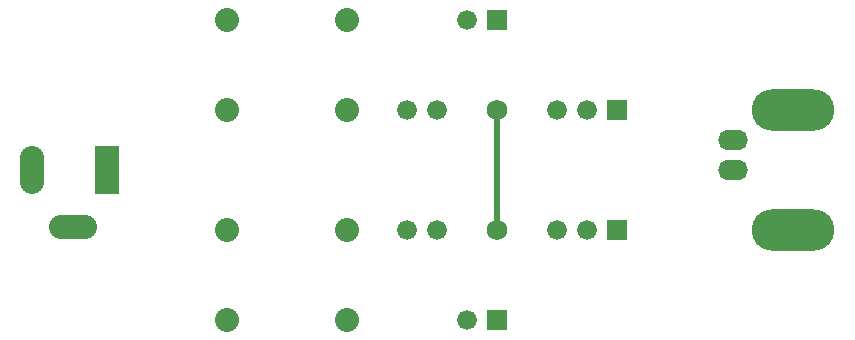
<source format=gbr>
%TF.GenerationSoftware,KiCad,Pcbnew,9.0.6*%
%TF.CreationDate,2026-02-11T14:43:15-08:00*%
%TF.ProjectId,7L_LED_Flasher,374c5f4c-4544-45f4-966c-61736865722e,rev?*%
%TF.SameCoordinates,Original*%
%TF.FileFunction,Copper,L2,Bot*%
%TF.FilePolarity,Positive*%
%FSLAX46Y46*%
G04 Gerber Fmt 4.6, Leading zero omitted, Abs format (unit mm)*
G04 Created by KiCad (PCBNEW 9.0.6) date 2026-02-11 14:43:15*
%MOMM*%
%LPD*%
G01*
G04 APERTURE LIST*
%TA.AperFunction,ComponentPad*%
%ADD10R,1.676400X1.676400*%
%TD*%
%TA.AperFunction,ComponentPad*%
%ADD11C,1.676400*%
%TD*%
%TA.AperFunction,ComponentPad*%
%ADD12C,2.032000*%
%TD*%
%TA.AperFunction,ComponentPad*%
%ADD13C,1.727200*%
%TD*%
%TA.AperFunction,ComponentPad*%
%ADD14R,2.032000X4.064000*%
%TD*%
%TA.AperFunction,ComponentPad*%
%ADD15O,2.032000X4.064000*%
%TD*%
%TA.AperFunction,ComponentPad*%
%ADD16O,4.064000X2.032000*%
%TD*%
%TA.AperFunction,ComponentPad*%
%ADD17O,2.540000X1.701800*%
%TD*%
%TA.AperFunction,ComponentPad*%
%ADD18O,7.000000X3.500000*%
%TD*%
%TA.AperFunction,Conductor*%
%ADD19C,0.508000*%
%TD*%
G04 APERTURE END LIST*
D10*
%TO.P,Q2,1,E*%
%TO.N,GND*%
X101600000Y-55880000D03*
D11*
%TO.P,Q2,2,B*%
%TO.N,Net-(Q2-B)*%
X99060000Y-55880000D03*
%TO.P,Q2,3,C*%
%TO.N,Net-(D2-K)*%
X96520000Y-55880000D03*
%TD*%
%TO.P,C1,1*%
%TO.N,Net-(Q2-B)*%
X83860000Y-45760000D03*
%TO.P,C1,2*%
%TO.N,Net-(D1-K)*%
X86360000Y-45760000D03*
%TD*%
D10*
%TO.P,Q1,1,E*%
%TO.N,GND*%
X101600000Y-45720000D03*
D11*
%TO.P,Q1,2,B*%
%TO.N,Net-(Q1-B)*%
X99060000Y-45720000D03*
%TO.P,Q1,3,C*%
%TO.N,Net-(D1-K)*%
X96520000Y-45720000D03*
%TD*%
D12*
%TO.P,R4,1*%
%TO.N,VCC*%
X68580000Y-63500000D03*
%TO.P,R4,2*%
%TO.N,Net-(D2-A)*%
X78740000Y-63500000D03*
%TD*%
D10*
%TO.P,D1,1,K*%
%TO.N,Net-(D1-K)*%
X91440000Y-38100000D03*
D11*
%TO.P,D1,2,A*%
%TO.N,Net-(D1-A)*%
X88900000Y-38100000D03*
%TD*%
D13*
%TO.P,REF\u002A\u002A,1*%
%TO.N,Net-(Q1-B)*%
X91440000Y-45720000D03*
%TD*%
D12*
%TO.P,R1,1*%
%TO.N,VCC*%
X68580000Y-45720000D03*
%TO.P,R1,2*%
%TO.N,Net-(Q2-B)*%
X78740000Y-45720000D03*
%TD*%
%TO.P,R3,1*%
%TO.N,VCC*%
X68580000Y-38100000D03*
%TO.P,R3,2*%
%TO.N,Net-(D1-A)*%
X78740000Y-38100000D03*
%TD*%
D11*
%TO.P,C2,1*%
%TO.N,Net-(D2-K)*%
X86360000Y-55880000D03*
%TO.P,C2,2*%
%TO.N,Net-(Q1-B)*%
X83860000Y-55880000D03*
%TD*%
D12*
%TO.P,R2,1*%
%TO.N,VCC*%
X68580000Y-55880000D03*
%TO.P,R2,2*%
%TO.N,Net-(Q1-B)*%
X78740000Y-55880000D03*
%TD*%
D14*
%TO.P,J3,1*%
%TO.N,VCC*%
X58420000Y-50800000D03*
D15*
%TO.P,J3,2*%
%TO.N,GND*%
X52120000Y-50800000D03*
D16*
%TO.P,J3,3*%
X55520000Y-55600000D03*
%TD*%
D13*
%TO.P,,1*%
%TO.N,Net-(Q1-B)*%
X91440000Y-55880000D03*
%TD*%
D10*
%TO.P,D2,1,K*%
%TO.N,Net-(D2-K)*%
X91440000Y-63500000D03*
D11*
%TO.P,D2,2,A*%
%TO.N,Net-(D2-A)*%
X88900000Y-63500000D03*
%TD*%
D17*
%TO.P,J1,1,In*%
%TO.N,Net-(D1-K)*%
X111450000Y-50800000D03*
D18*
%TO.P,J1,2,Ext*%
%TO.N,GND*%
X116530000Y-45720000D03*
D17*
X111450000Y-48260000D03*
D18*
X116530000Y-55880000D03*
%TD*%
D19*
%TO.N,Net-(Q1-B)*%
X91440000Y-45720000D02*
X91440000Y-55880000D01*
%TD*%
M02*

</source>
